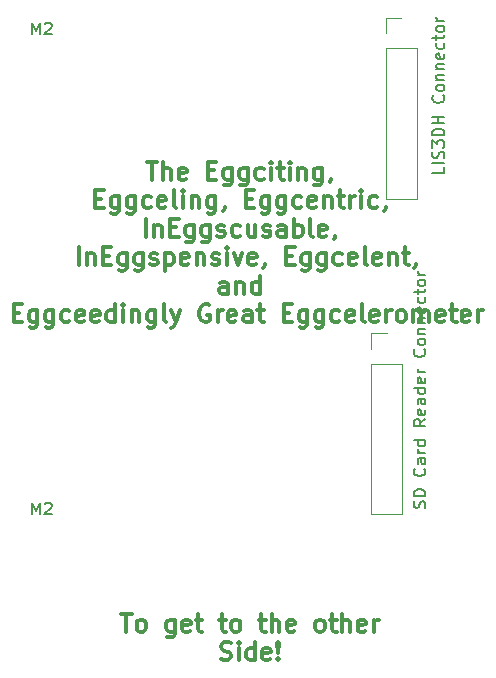
<source format=gbr>
%TF.GenerationSoftware,KiCad,Pcbnew,(6.0.6)*%
%TF.CreationDate,2022-07-21T10:55:34-07:00*%
%TF.ProjectId,SensorEgg,53656e73-6f72-4456-9767-2e6b69636164,rev?*%
%TF.SameCoordinates,Original*%
%TF.FileFunction,Legend,Top*%
%TF.FilePolarity,Positive*%
%FSLAX46Y46*%
G04 Gerber Fmt 4.6, Leading zero omitted, Abs format (unit mm)*
G04 Created by KiCad (PCBNEW (6.0.6)) date 2022-07-21 10:55:34*
%MOMM*%
%LPD*%
G01*
G04 APERTURE LIST*
%ADD10C,0.300000*%
%ADD11C,0.150000*%
%ADD12C,0.120000*%
G04 APERTURE END LIST*
D10*
X98251428Y-94741071D02*
X99108571Y-94741071D01*
X98680000Y-96241071D02*
X98680000Y-94741071D01*
X99608571Y-96241071D02*
X99608571Y-94741071D01*
X100251428Y-96241071D02*
X100251428Y-95455357D01*
X100180000Y-95312500D01*
X100037142Y-95241071D01*
X99822857Y-95241071D01*
X99680000Y-95312500D01*
X99608571Y-95383928D01*
X101537142Y-96169642D02*
X101394285Y-96241071D01*
X101108571Y-96241071D01*
X100965714Y-96169642D01*
X100894285Y-96026785D01*
X100894285Y-95455357D01*
X100965714Y-95312500D01*
X101108571Y-95241071D01*
X101394285Y-95241071D01*
X101537142Y-95312500D01*
X101608571Y-95455357D01*
X101608571Y-95598214D01*
X100894285Y-95741071D01*
X103394285Y-95455357D02*
X103894285Y-95455357D01*
X104108571Y-96241071D02*
X103394285Y-96241071D01*
X103394285Y-94741071D01*
X104108571Y-94741071D01*
X105394285Y-95241071D02*
X105394285Y-96455357D01*
X105322857Y-96598214D01*
X105251428Y-96669642D01*
X105108571Y-96741071D01*
X104894285Y-96741071D01*
X104751428Y-96669642D01*
X105394285Y-96169642D02*
X105251428Y-96241071D01*
X104965714Y-96241071D01*
X104822857Y-96169642D01*
X104751428Y-96098214D01*
X104680000Y-95955357D01*
X104680000Y-95526785D01*
X104751428Y-95383928D01*
X104822857Y-95312500D01*
X104965714Y-95241071D01*
X105251428Y-95241071D01*
X105394285Y-95312500D01*
X106751428Y-95241071D02*
X106751428Y-96455357D01*
X106680000Y-96598214D01*
X106608571Y-96669642D01*
X106465714Y-96741071D01*
X106251428Y-96741071D01*
X106108571Y-96669642D01*
X106751428Y-96169642D02*
X106608571Y-96241071D01*
X106322857Y-96241071D01*
X106180000Y-96169642D01*
X106108571Y-96098214D01*
X106037142Y-95955357D01*
X106037142Y-95526785D01*
X106108571Y-95383928D01*
X106180000Y-95312500D01*
X106322857Y-95241071D01*
X106608571Y-95241071D01*
X106751428Y-95312500D01*
X108108571Y-96169642D02*
X107965714Y-96241071D01*
X107680000Y-96241071D01*
X107537142Y-96169642D01*
X107465714Y-96098214D01*
X107394285Y-95955357D01*
X107394285Y-95526785D01*
X107465714Y-95383928D01*
X107537142Y-95312500D01*
X107680000Y-95241071D01*
X107965714Y-95241071D01*
X108108571Y-95312500D01*
X108751428Y-96241071D02*
X108751428Y-95241071D01*
X108751428Y-94741071D02*
X108680000Y-94812500D01*
X108751428Y-94883928D01*
X108822857Y-94812500D01*
X108751428Y-94741071D01*
X108751428Y-94883928D01*
X109251428Y-95241071D02*
X109822857Y-95241071D01*
X109465714Y-94741071D02*
X109465714Y-96026785D01*
X109537142Y-96169642D01*
X109680000Y-96241071D01*
X109822857Y-96241071D01*
X110322857Y-96241071D02*
X110322857Y-95241071D01*
X110322857Y-94741071D02*
X110251428Y-94812500D01*
X110322857Y-94883928D01*
X110394285Y-94812500D01*
X110322857Y-94741071D01*
X110322857Y-94883928D01*
X111037142Y-95241071D02*
X111037142Y-96241071D01*
X111037142Y-95383928D02*
X111108571Y-95312500D01*
X111251428Y-95241071D01*
X111465714Y-95241071D01*
X111608571Y-95312500D01*
X111680000Y-95455357D01*
X111680000Y-96241071D01*
X113037142Y-95241071D02*
X113037142Y-96455357D01*
X112965714Y-96598214D01*
X112894285Y-96669642D01*
X112751428Y-96741071D01*
X112537142Y-96741071D01*
X112394285Y-96669642D01*
X113037142Y-96169642D02*
X112894285Y-96241071D01*
X112608571Y-96241071D01*
X112465714Y-96169642D01*
X112394285Y-96098214D01*
X112322857Y-95955357D01*
X112322857Y-95526785D01*
X112394285Y-95383928D01*
X112465714Y-95312500D01*
X112608571Y-95241071D01*
X112894285Y-95241071D01*
X113037142Y-95312500D01*
X113822857Y-96169642D02*
X113822857Y-96241071D01*
X113751428Y-96383928D01*
X113680000Y-96455357D01*
X93858571Y-97870357D02*
X94358571Y-97870357D01*
X94572857Y-98656071D02*
X93858571Y-98656071D01*
X93858571Y-97156071D01*
X94572857Y-97156071D01*
X95858571Y-97656071D02*
X95858571Y-98870357D01*
X95787142Y-99013214D01*
X95715714Y-99084642D01*
X95572857Y-99156071D01*
X95358571Y-99156071D01*
X95215714Y-99084642D01*
X95858571Y-98584642D02*
X95715714Y-98656071D01*
X95430000Y-98656071D01*
X95287142Y-98584642D01*
X95215714Y-98513214D01*
X95144285Y-98370357D01*
X95144285Y-97941785D01*
X95215714Y-97798928D01*
X95287142Y-97727500D01*
X95430000Y-97656071D01*
X95715714Y-97656071D01*
X95858571Y-97727500D01*
X97215714Y-97656071D02*
X97215714Y-98870357D01*
X97144285Y-99013214D01*
X97072857Y-99084642D01*
X96930000Y-99156071D01*
X96715714Y-99156071D01*
X96572857Y-99084642D01*
X97215714Y-98584642D02*
X97072857Y-98656071D01*
X96787142Y-98656071D01*
X96644285Y-98584642D01*
X96572857Y-98513214D01*
X96501428Y-98370357D01*
X96501428Y-97941785D01*
X96572857Y-97798928D01*
X96644285Y-97727500D01*
X96787142Y-97656071D01*
X97072857Y-97656071D01*
X97215714Y-97727500D01*
X98572857Y-98584642D02*
X98430000Y-98656071D01*
X98144285Y-98656071D01*
X98001428Y-98584642D01*
X97930000Y-98513214D01*
X97858571Y-98370357D01*
X97858571Y-97941785D01*
X97930000Y-97798928D01*
X98001428Y-97727500D01*
X98144285Y-97656071D01*
X98430000Y-97656071D01*
X98572857Y-97727500D01*
X99787142Y-98584642D02*
X99644285Y-98656071D01*
X99358571Y-98656071D01*
X99215714Y-98584642D01*
X99144285Y-98441785D01*
X99144285Y-97870357D01*
X99215714Y-97727500D01*
X99358571Y-97656071D01*
X99644285Y-97656071D01*
X99787142Y-97727500D01*
X99858571Y-97870357D01*
X99858571Y-98013214D01*
X99144285Y-98156071D01*
X100715714Y-98656071D02*
X100572857Y-98584642D01*
X100501428Y-98441785D01*
X100501428Y-97156071D01*
X101287142Y-98656071D02*
X101287142Y-97656071D01*
X101287142Y-97156071D02*
X101215714Y-97227500D01*
X101287142Y-97298928D01*
X101358571Y-97227500D01*
X101287142Y-97156071D01*
X101287142Y-97298928D01*
X102001428Y-97656071D02*
X102001428Y-98656071D01*
X102001428Y-97798928D02*
X102072857Y-97727500D01*
X102215714Y-97656071D01*
X102430000Y-97656071D01*
X102572857Y-97727500D01*
X102644285Y-97870357D01*
X102644285Y-98656071D01*
X104001428Y-97656071D02*
X104001428Y-98870357D01*
X103930000Y-99013214D01*
X103858571Y-99084642D01*
X103715714Y-99156071D01*
X103501428Y-99156071D01*
X103358571Y-99084642D01*
X104001428Y-98584642D02*
X103858571Y-98656071D01*
X103572857Y-98656071D01*
X103430000Y-98584642D01*
X103358571Y-98513214D01*
X103287142Y-98370357D01*
X103287142Y-97941785D01*
X103358571Y-97798928D01*
X103430000Y-97727500D01*
X103572857Y-97656071D01*
X103858571Y-97656071D01*
X104001428Y-97727500D01*
X104787142Y-98584642D02*
X104787142Y-98656071D01*
X104715714Y-98798928D01*
X104644285Y-98870357D01*
X106572857Y-97870357D02*
X107072857Y-97870357D01*
X107287142Y-98656071D02*
X106572857Y-98656071D01*
X106572857Y-97156071D01*
X107287142Y-97156071D01*
X108572857Y-97656071D02*
X108572857Y-98870357D01*
X108501428Y-99013214D01*
X108430000Y-99084642D01*
X108287142Y-99156071D01*
X108072857Y-99156071D01*
X107930000Y-99084642D01*
X108572857Y-98584642D02*
X108430000Y-98656071D01*
X108144285Y-98656071D01*
X108001428Y-98584642D01*
X107930000Y-98513214D01*
X107858571Y-98370357D01*
X107858571Y-97941785D01*
X107930000Y-97798928D01*
X108001428Y-97727500D01*
X108144285Y-97656071D01*
X108430000Y-97656071D01*
X108572857Y-97727500D01*
X109930000Y-97656071D02*
X109930000Y-98870357D01*
X109858571Y-99013214D01*
X109787142Y-99084642D01*
X109644285Y-99156071D01*
X109430000Y-99156071D01*
X109287142Y-99084642D01*
X109930000Y-98584642D02*
X109787142Y-98656071D01*
X109501428Y-98656071D01*
X109358571Y-98584642D01*
X109287142Y-98513214D01*
X109215714Y-98370357D01*
X109215714Y-97941785D01*
X109287142Y-97798928D01*
X109358571Y-97727500D01*
X109501428Y-97656071D01*
X109787142Y-97656071D01*
X109930000Y-97727500D01*
X111287142Y-98584642D02*
X111144285Y-98656071D01*
X110858571Y-98656071D01*
X110715714Y-98584642D01*
X110644285Y-98513214D01*
X110572857Y-98370357D01*
X110572857Y-97941785D01*
X110644285Y-97798928D01*
X110715714Y-97727500D01*
X110858571Y-97656071D01*
X111144285Y-97656071D01*
X111287142Y-97727500D01*
X112501428Y-98584642D02*
X112358571Y-98656071D01*
X112072857Y-98656071D01*
X111930000Y-98584642D01*
X111858571Y-98441785D01*
X111858571Y-97870357D01*
X111930000Y-97727500D01*
X112072857Y-97656071D01*
X112358571Y-97656071D01*
X112501428Y-97727500D01*
X112572857Y-97870357D01*
X112572857Y-98013214D01*
X111858571Y-98156071D01*
X113215714Y-97656071D02*
X113215714Y-98656071D01*
X113215714Y-97798928D02*
X113287142Y-97727500D01*
X113430000Y-97656071D01*
X113644285Y-97656071D01*
X113787142Y-97727500D01*
X113858571Y-97870357D01*
X113858571Y-98656071D01*
X114358571Y-97656071D02*
X114930000Y-97656071D01*
X114572857Y-97156071D02*
X114572857Y-98441785D01*
X114644285Y-98584642D01*
X114787142Y-98656071D01*
X114930000Y-98656071D01*
X115430000Y-98656071D02*
X115430000Y-97656071D01*
X115430000Y-97941785D02*
X115501428Y-97798928D01*
X115572857Y-97727500D01*
X115715714Y-97656071D01*
X115858571Y-97656071D01*
X116358571Y-98656071D02*
X116358571Y-97656071D01*
X116358571Y-97156071D02*
X116287142Y-97227500D01*
X116358571Y-97298928D01*
X116430000Y-97227500D01*
X116358571Y-97156071D01*
X116358571Y-97298928D01*
X117715714Y-98584642D02*
X117572857Y-98656071D01*
X117287142Y-98656071D01*
X117144285Y-98584642D01*
X117072857Y-98513214D01*
X117001428Y-98370357D01*
X117001428Y-97941785D01*
X117072857Y-97798928D01*
X117144285Y-97727500D01*
X117287142Y-97656071D01*
X117572857Y-97656071D01*
X117715714Y-97727500D01*
X118430000Y-98584642D02*
X118430000Y-98656071D01*
X118358571Y-98798928D01*
X118287142Y-98870357D01*
X98108571Y-101071071D02*
X98108571Y-99571071D01*
X98822857Y-100071071D02*
X98822857Y-101071071D01*
X98822857Y-100213928D02*
X98894285Y-100142500D01*
X99037142Y-100071071D01*
X99251428Y-100071071D01*
X99394285Y-100142500D01*
X99465714Y-100285357D01*
X99465714Y-101071071D01*
X100180000Y-100285357D02*
X100680000Y-100285357D01*
X100894285Y-101071071D02*
X100180000Y-101071071D01*
X100180000Y-99571071D01*
X100894285Y-99571071D01*
X102180000Y-100071071D02*
X102180000Y-101285357D01*
X102108571Y-101428214D01*
X102037142Y-101499642D01*
X101894285Y-101571071D01*
X101680000Y-101571071D01*
X101537142Y-101499642D01*
X102180000Y-100999642D02*
X102037142Y-101071071D01*
X101751428Y-101071071D01*
X101608571Y-100999642D01*
X101537142Y-100928214D01*
X101465714Y-100785357D01*
X101465714Y-100356785D01*
X101537142Y-100213928D01*
X101608571Y-100142500D01*
X101751428Y-100071071D01*
X102037142Y-100071071D01*
X102180000Y-100142500D01*
X103537142Y-100071071D02*
X103537142Y-101285357D01*
X103465714Y-101428214D01*
X103394285Y-101499642D01*
X103251428Y-101571071D01*
X103037142Y-101571071D01*
X102894285Y-101499642D01*
X103537142Y-100999642D02*
X103394285Y-101071071D01*
X103108571Y-101071071D01*
X102965714Y-100999642D01*
X102894285Y-100928214D01*
X102822857Y-100785357D01*
X102822857Y-100356785D01*
X102894285Y-100213928D01*
X102965714Y-100142500D01*
X103108571Y-100071071D01*
X103394285Y-100071071D01*
X103537142Y-100142500D01*
X104180000Y-100999642D02*
X104322857Y-101071071D01*
X104608571Y-101071071D01*
X104751428Y-100999642D01*
X104822857Y-100856785D01*
X104822857Y-100785357D01*
X104751428Y-100642500D01*
X104608571Y-100571071D01*
X104394285Y-100571071D01*
X104251428Y-100499642D01*
X104180000Y-100356785D01*
X104180000Y-100285357D01*
X104251428Y-100142500D01*
X104394285Y-100071071D01*
X104608571Y-100071071D01*
X104751428Y-100142500D01*
X106108571Y-100999642D02*
X105965714Y-101071071D01*
X105680000Y-101071071D01*
X105537142Y-100999642D01*
X105465714Y-100928214D01*
X105394285Y-100785357D01*
X105394285Y-100356785D01*
X105465714Y-100213928D01*
X105537142Y-100142500D01*
X105680000Y-100071071D01*
X105965714Y-100071071D01*
X106108571Y-100142500D01*
X107394285Y-100071071D02*
X107394285Y-101071071D01*
X106751428Y-100071071D02*
X106751428Y-100856785D01*
X106822857Y-100999642D01*
X106965714Y-101071071D01*
X107180000Y-101071071D01*
X107322857Y-100999642D01*
X107394285Y-100928214D01*
X108037142Y-100999642D02*
X108180000Y-101071071D01*
X108465714Y-101071071D01*
X108608571Y-100999642D01*
X108680000Y-100856785D01*
X108680000Y-100785357D01*
X108608571Y-100642500D01*
X108465714Y-100571071D01*
X108251428Y-100571071D01*
X108108571Y-100499642D01*
X108037142Y-100356785D01*
X108037142Y-100285357D01*
X108108571Y-100142500D01*
X108251428Y-100071071D01*
X108465714Y-100071071D01*
X108608571Y-100142500D01*
X109965714Y-101071071D02*
X109965714Y-100285357D01*
X109894285Y-100142500D01*
X109751428Y-100071071D01*
X109465714Y-100071071D01*
X109322857Y-100142500D01*
X109965714Y-100999642D02*
X109822857Y-101071071D01*
X109465714Y-101071071D01*
X109322857Y-100999642D01*
X109251428Y-100856785D01*
X109251428Y-100713928D01*
X109322857Y-100571071D01*
X109465714Y-100499642D01*
X109822857Y-100499642D01*
X109965714Y-100428214D01*
X110680000Y-101071071D02*
X110680000Y-99571071D01*
X110680000Y-100142500D02*
X110822857Y-100071071D01*
X111108571Y-100071071D01*
X111251428Y-100142500D01*
X111322857Y-100213928D01*
X111394285Y-100356785D01*
X111394285Y-100785357D01*
X111322857Y-100928214D01*
X111251428Y-100999642D01*
X111108571Y-101071071D01*
X110822857Y-101071071D01*
X110680000Y-100999642D01*
X112251428Y-101071071D02*
X112108571Y-100999642D01*
X112037142Y-100856785D01*
X112037142Y-99571071D01*
X113394285Y-100999642D02*
X113251428Y-101071071D01*
X112965714Y-101071071D01*
X112822857Y-100999642D01*
X112751428Y-100856785D01*
X112751428Y-100285357D01*
X112822857Y-100142500D01*
X112965714Y-100071071D01*
X113251428Y-100071071D01*
X113394285Y-100142500D01*
X113465714Y-100285357D01*
X113465714Y-100428214D01*
X112751428Y-100571071D01*
X114180000Y-100999642D02*
X114180000Y-101071071D01*
X114108571Y-101213928D01*
X114037142Y-101285357D01*
X92430000Y-103486071D02*
X92430000Y-101986071D01*
X93144285Y-102486071D02*
X93144285Y-103486071D01*
X93144285Y-102628928D02*
X93215714Y-102557500D01*
X93358571Y-102486071D01*
X93572857Y-102486071D01*
X93715714Y-102557500D01*
X93787142Y-102700357D01*
X93787142Y-103486071D01*
X94501428Y-102700357D02*
X95001428Y-102700357D01*
X95215714Y-103486071D02*
X94501428Y-103486071D01*
X94501428Y-101986071D01*
X95215714Y-101986071D01*
X96501428Y-102486071D02*
X96501428Y-103700357D01*
X96430000Y-103843214D01*
X96358571Y-103914642D01*
X96215714Y-103986071D01*
X96001428Y-103986071D01*
X95858571Y-103914642D01*
X96501428Y-103414642D02*
X96358571Y-103486071D01*
X96072857Y-103486071D01*
X95930000Y-103414642D01*
X95858571Y-103343214D01*
X95787142Y-103200357D01*
X95787142Y-102771785D01*
X95858571Y-102628928D01*
X95930000Y-102557500D01*
X96072857Y-102486071D01*
X96358571Y-102486071D01*
X96501428Y-102557500D01*
X97858571Y-102486071D02*
X97858571Y-103700357D01*
X97787142Y-103843214D01*
X97715714Y-103914642D01*
X97572857Y-103986071D01*
X97358571Y-103986071D01*
X97215714Y-103914642D01*
X97858571Y-103414642D02*
X97715714Y-103486071D01*
X97430000Y-103486071D01*
X97287142Y-103414642D01*
X97215714Y-103343214D01*
X97144285Y-103200357D01*
X97144285Y-102771785D01*
X97215714Y-102628928D01*
X97287142Y-102557500D01*
X97430000Y-102486071D01*
X97715714Y-102486071D01*
X97858571Y-102557500D01*
X98501428Y-103414642D02*
X98644285Y-103486071D01*
X98930000Y-103486071D01*
X99072857Y-103414642D01*
X99144285Y-103271785D01*
X99144285Y-103200357D01*
X99072857Y-103057500D01*
X98930000Y-102986071D01*
X98715714Y-102986071D01*
X98572857Y-102914642D01*
X98501428Y-102771785D01*
X98501428Y-102700357D01*
X98572857Y-102557500D01*
X98715714Y-102486071D01*
X98930000Y-102486071D01*
X99072857Y-102557500D01*
X99787142Y-102486071D02*
X99787142Y-103986071D01*
X99787142Y-102557500D02*
X99930000Y-102486071D01*
X100215714Y-102486071D01*
X100358571Y-102557500D01*
X100430000Y-102628928D01*
X100501428Y-102771785D01*
X100501428Y-103200357D01*
X100430000Y-103343214D01*
X100358571Y-103414642D01*
X100215714Y-103486071D01*
X99930000Y-103486071D01*
X99787142Y-103414642D01*
X101715714Y-103414642D02*
X101572857Y-103486071D01*
X101287142Y-103486071D01*
X101144285Y-103414642D01*
X101072857Y-103271785D01*
X101072857Y-102700357D01*
X101144285Y-102557500D01*
X101287142Y-102486071D01*
X101572857Y-102486071D01*
X101715714Y-102557500D01*
X101787142Y-102700357D01*
X101787142Y-102843214D01*
X101072857Y-102986071D01*
X102430000Y-102486071D02*
X102430000Y-103486071D01*
X102430000Y-102628928D02*
X102501428Y-102557500D01*
X102644285Y-102486071D01*
X102858571Y-102486071D01*
X103001428Y-102557500D01*
X103072857Y-102700357D01*
X103072857Y-103486071D01*
X103715714Y-103414642D02*
X103858571Y-103486071D01*
X104144285Y-103486071D01*
X104287142Y-103414642D01*
X104358571Y-103271785D01*
X104358571Y-103200357D01*
X104287142Y-103057500D01*
X104144285Y-102986071D01*
X103930000Y-102986071D01*
X103787142Y-102914642D01*
X103715714Y-102771785D01*
X103715714Y-102700357D01*
X103787142Y-102557500D01*
X103930000Y-102486071D01*
X104144285Y-102486071D01*
X104287142Y-102557500D01*
X105001428Y-103486071D02*
X105001428Y-102486071D01*
X105001428Y-101986071D02*
X104930000Y-102057500D01*
X105001428Y-102128928D01*
X105072857Y-102057500D01*
X105001428Y-101986071D01*
X105001428Y-102128928D01*
X105572857Y-102486071D02*
X105930000Y-103486071D01*
X106287142Y-102486071D01*
X107430000Y-103414642D02*
X107287142Y-103486071D01*
X107001428Y-103486071D01*
X106858571Y-103414642D01*
X106787142Y-103271785D01*
X106787142Y-102700357D01*
X106858571Y-102557500D01*
X107001428Y-102486071D01*
X107287142Y-102486071D01*
X107430000Y-102557500D01*
X107501428Y-102700357D01*
X107501428Y-102843214D01*
X106787142Y-102986071D01*
X108215714Y-103414642D02*
X108215714Y-103486071D01*
X108144285Y-103628928D01*
X108072857Y-103700357D01*
X110001428Y-102700357D02*
X110501428Y-102700357D01*
X110715714Y-103486071D02*
X110001428Y-103486071D01*
X110001428Y-101986071D01*
X110715714Y-101986071D01*
X112001428Y-102486071D02*
X112001428Y-103700357D01*
X111930000Y-103843214D01*
X111858571Y-103914642D01*
X111715714Y-103986071D01*
X111501428Y-103986071D01*
X111358571Y-103914642D01*
X112001428Y-103414642D02*
X111858571Y-103486071D01*
X111572857Y-103486071D01*
X111430000Y-103414642D01*
X111358571Y-103343214D01*
X111287142Y-103200357D01*
X111287142Y-102771785D01*
X111358571Y-102628928D01*
X111430000Y-102557500D01*
X111572857Y-102486071D01*
X111858571Y-102486071D01*
X112001428Y-102557500D01*
X113358571Y-102486071D02*
X113358571Y-103700357D01*
X113287142Y-103843214D01*
X113215714Y-103914642D01*
X113072857Y-103986071D01*
X112858571Y-103986071D01*
X112715714Y-103914642D01*
X113358571Y-103414642D02*
X113215714Y-103486071D01*
X112930000Y-103486071D01*
X112787142Y-103414642D01*
X112715714Y-103343214D01*
X112644285Y-103200357D01*
X112644285Y-102771785D01*
X112715714Y-102628928D01*
X112787142Y-102557500D01*
X112930000Y-102486071D01*
X113215714Y-102486071D01*
X113358571Y-102557500D01*
X114715714Y-103414642D02*
X114572857Y-103486071D01*
X114287142Y-103486071D01*
X114144285Y-103414642D01*
X114072857Y-103343214D01*
X114001428Y-103200357D01*
X114001428Y-102771785D01*
X114072857Y-102628928D01*
X114144285Y-102557500D01*
X114287142Y-102486071D01*
X114572857Y-102486071D01*
X114715714Y-102557500D01*
X115930000Y-103414642D02*
X115787142Y-103486071D01*
X115501428Y-103486071D01*
X115358571Y-103414642D01*
X115287142Y-103271785D01*
X115287142Y-102700357D01*
X115358571Y-102557500D01*
X115501428Y-102486071D01*
X115787142Y-102486071D01*
X115930000Y-102557500D01*
X116001428Y-102700357D01*
X116001428Y-102843214D01*
X115287142Y-102986071D01*
X116858571Y-103486071D02*
X116715714Y-103414642D01*
X116644285Y-103271785D01*
X116644285Y-101986071D01*
X118001428Y-103414642D02*
X117858571Y-103486071D01*
X117572857Y-103486071D01*
X117430000Y-103414642D01*
X117358571Y-103271785D01*
X117358571Y-102700357D01*
X117430000Y-102557500D01*
X117572857Y-102486071D01*
X117858571Y-102486071D01*
X118001428Y-102557500D01*
X118072857Y-102700357D01*
X118072857Y-102843214D01*
X117358571Y-102986071D01*
X118715714Y-102486071D02*
X118715714Y-103486071D01*
X118715714Y-102628928D02*
X118787142Y-102557500D01*
X118930000Y-102486071D01*
X119144285Y-102486071D01*
X119287142Y-102557500D01*
X119358571Y-102700357D01*
X119358571Y-103486071D01*
X119858571Y-102486071D02*
X120430000Y-102486071D01*
X120072857Y-101986071D02*
X120072857Y-103271785D01*
X120144285Y-103414642D01*
X120287142Y-103486071D01*
X120430000Y-103486071D01*
X121001428Y-103414642D02*
X121001428Y-103486071D01*
X120930000Y-103628928D01*
X120858571Y-103700357D01*
X105072857Y-105901071D02*
X105072857Y-105115357D01*
X105001428Y-104972500D01*
X104858571Y-104901071D01*
X104572857Y-104901071D01*
X104430000Y-104972500D01*
X105072857Y-105829642D02*
X104930000Y-105901071D01*
X104572857Y-105901071D01*
X104430000Y-105829642D01*
X104358571Y-105686785D01*
X104358571Y-105543928D01*
X104430000Y-105401071D01*
X104572857Y-105329642D01*
X104930000Y-105329642D01*
X105072857Y-105258214D01*
X105787142Y-104901071D02*
X105787142Y-105901071D01*
X105787142Y-105043928D02*
X105858571Y-104972500D01*
X106001428Y-104901071D01*
X106215714Y-104901071D01*
X106358571Y-104972500D01*
X106430000Y-105115357D01*
X106430000Y-105901071D01*
X107787142Y-105901071D02*
X107787142Y-104401071D01*
X107787142Y-105829642D02*
X107644285Y-105901071D01*
X107358571Y-105901071D01*
X107215714Y-105829642D01*
X107144285Y-105758214D01*
X107072857Y-105615357D01*
X107072857Y-105186785D01*
X107144285Y-105043928D01*
X107215714Y-104972500D01*
X107358571Y-104901071D01*
X107644285Y-104901071D01*
X107787142Y-104972500D01*
X86929999Y-107530357D02*
X87429999Y-107530357D01*
X87644285Y-108316071D02*
X86929999Y-108316071D01*
X86929999Y-106816071D01*
X87644285Y-106816071D01*
X88929999Y-107316071D02*
X88929999Y-108530357D01*
X88858571Y-108673214D01*
X88787142Y-108744642D01*
X88644285Y-108816071D01*
X88429999Y-108816071D01*
X88287142Y-108744642D01*
X88929999Y-108244642D02*
X88787142Y-108316071D01*
X88501428Y-108316071D01*
X88358571Y-108244642D01*
X88287142Y-108173214D01*
X88215714Y-108030357D01*
X88215714Y-107601785D01*
X88287142Y-107458928D01*
X88358571Y-107387500D01*
X88501428Y-107316071D01*
X88787142Y-107316071D01*
X88929999Y-107387500D01*
X90287142Y-107316071D02*
X90287142Y-108530357D01*
X90215714Y-108673214D01*
X90144285Y-108744642D01*
X90001428Y-108816071D01*
X89787142Y-108816071D01*
X89644285Y-108744642D01*
X90287142Y-108244642D02*
X90144285Y-108316071D01*
X89858571Y-108316071D01*
X89715714Y-108244642D01*
X89644285Y-108173214D01*
X89572857Y-108030357D01*
X89572857Y-107601785D01*
X89644285Y-107458928D01*
X89715714Y-107387500D01*
X89858571Y-107316071D01*
X90144285Y-107316071D01*
X90287142Y-107387500D01*
X91644285Y-108244642D02*
X91501428Y-108316071D01*
X91215714Y-108316071D01*
X91072857Y-108244642D01*
X91001428Y-108173214D01*
X90929999Y-108030357D01*
X90929999Y-107601785D01*
X91001428Y-107458928D01*
X91072857Y-107387500D01*
X91215714Y-107316071D01*
X91501428Y-107316071D01*
X91644285Y-107387500D01*
X92858571Y-108244642D02*
X92715714Y-108316071D01*
X92429999Y-108316071D01*
X92287142Y-108244642D01*
X92215714Y-108101785D01*
X92215714Y-107530357D01*
X92287142Y-107387500D01*
X92429999Y-107316071D01*
X92715714Y-107316071D01*
X92858571Y-107387500D01*
X92929999Y-107530357D01*
X92929999Y-107673214D01*
X92215714Y-107816071D01*
X94144285Y-108244642D02*
X94001428Y-108316071D01*
X93715714Y-108316071D01*
X93572857Y-108244642D01*
X93501428Y-108101785D01*
X93501428Y-107530357D01*
X93572857Y-107387500D01*
X93715714Y-107316071D01*
X94001428Y-107316071D01*
X94144285Y-107387500D01*
X94215714Y-107530357D01*
X94215714Y-107673214D01*
X93501428Y-107816071D01*
X95501428Y-108316071D02*
X95501428Y-106816071D01*
X95501428Y-108244642D02*
X95358571Y-108316071D01*
X95072857Y-108316071D01*
X94929999Y-108244642D01*
X94858571Y-108173214D01*
X94787142Y-108030357D01*
X94787142Y-107601785D01*
X94858571Y-107458928D01*
X94929999Y-107387500D01*
X95072857Y-107316071D01*
X95358571Y-107316071D01*
X95501428Y-107387500D01*
X96215714Y-108316071D02*
X96215714Y-107316071D01*
X96215714Y-106816071D02*
X96144285Y-106887500D01*
X96215714Y-106958928D01*
X96287142Y-106887500D01*
X96215714Y-106816071D01*
X96215714Y-106958928D01*
X96929999Y-107316071D02*
X96929999Y-108316071D01*
X96929999Y-107458928D02*
X97001428Y-107387500D01*
X97144285Y-107316071D01*
X97358571Y-107316071D01*
X97501428Y-107387500D01*
X97572857Y-107530357D01*
X97572857Y-108316071D01*
X98929999Y-107316071D02*
X98929999Y-108530357D01*
X98858571Y-108673214D01*
X98787142Y-108744642D01*
X98644285Y-108816071D01*
X98429999Y-108816071D01*
X98287142Y-108744642D01*
X98929999Y-108244642D02*
X98787142Y-108316071D01*
X98501428Y-108316071D01*
X98358571Y-108244642D01*
X98287142Y-108173214D01*
X98215714Y-108030357D01*
X98215714Y-107601785D01*
X98287142Y-107458928D01*
X98358571Y-107387500D01*
X98501428Y-107316071D01*
X98787142Y-107316071D01*
X98929999Y-107387500D01*
X99858571Y-108316071D02*
X99715714Y-108244642D01*
X99644285Y-108101785D01*
X99644285Y-106816071D01*
X100287142Y-107316071D02*
X100644285Y-108316071D01*
X101001428Y-107316071D02*
X100644285Y-108316071D01*
X100501428Y-108673214D01*
X100429999Y-108744642D01*
X100287142Y-108816071D01*
X103501428Y-106887500D02*
X103358571Y-106816071D01*
X103144285Y-106816071D01*
X102929999Y-106887500D01*
X102787142Y-107030357D01*
X102715714Y-107173214D01*
X102644285Y-107458928D01*
X102644285Y-107673214D01*
X102715714Y-107958928D01*
X102787142Y-108101785D01*
X102929999Y-108244642D01*
X103144285Y-108316071D01*
X103287142Y-108316071D01*
X103501428Y-108244642D01*
X103572857Y-108173214D01*
X103572857Y-107673214D01*
X103287142Y-107673214D01*
X104215714Y-108316071D02*
X104215714Y-107316071D01*
X104215714Y-107601785D02*
X104287142Y-107458928D01*
X104358571Y-107387500D01*
X104501428Y-107316071D01*
X104644285Y-107316071D01*
X105715714Y-108244642D02*
X105572857Y-108316071D01*
X105287142Y-108316071D01*
X105144285Y-108244642D01*
X105072857Y-108101785D01*
X105072857Y-107530357D01*
X105144285Y-107387500D01*
X105287142Y-107316071D01*
X105572857Y-107316071D01*
X105715714Y-107387500D01*
X105787142Y-107530357D01*
X105787142Y-107673214D01*
X105072857Y-107816071D01*
X107072857Y-108316071D02*
X107072857Y-107530357D01*
X107001428Y-107387500D01*
X106858571Y-107316071D01*
X106572857Y-107316071D01*
X106429999Y-107387500D01*
X107072857Y-108244642D02*
X106929999Y-108316071D01*
X106572857Y-108316071D01*
X106429999Y-108244642D01*
X106358571Y-108101785D01*
X106358571Y-107958928D01*
X106429999Y-107816071D01*
X106572857Y-107744642D01*
X106929999Y-107744642D01*
X107072857Y-107673214D01*
X107572857Y-107316071D02*
X108144285Y-107316071D01*
X107787142Y-106816071D02*
X107787142Y-108101785D01*
X107858571Y-108244642D01*
X108001428Y-108316071D01*
X108144285Y-108316071D01*
X109787142Y-107530357D02*
X110287142Y-107530357D01*
X110501428Y-108316071D02*
X109787142Y-108316071D01*
X109787142Y-106816071D01*
X110501428Y-106816071D01*
X111787142Y-107316071D02*
X111787142Y-108530357D01*
X111715714Y-108673214D01*
X111644285Y-108744642D01*
X111501428Y-108816071D01*
X111287142Y-108816071D01*
X111144285Y-108744642D01*
X111787142Y-108244642D02*
X111644285Y-108316071D01*
X111358571Y-108316071D01*
X111215714Y-108244642D01*
X111144285Y-108173214D01*
X111072857Y-108030357D01*
X111072857Y-107601785D01*
X111144285Y-107458928D01*
X111215714Y-107387500D01*
X111358571Y-107316071D01*
X111644285Y-107316071D01*
X111787142Y-107387500D01*
X113144285Y-107316071D02*
X113144285Y-108530357D01*
X113072857Y-108673214D01*
X113001428Y-108744642D01*
X112858571Y-108816071D01*
X112644285Y-108816071D01*
X112501428Y-108744642D01*
X113144285Y-108244642D02*
X113001428Y-108316071D01*
X112715714Y-108316071D01*
X112572857Y-108244642D01*
X112501428Y-108173214D01*
X112430000Y-108030357D01*
X112430000Y-107601785D01*
X112501428Y-107458928D01*
X112572857Y-107387500D01*
X112715714Y-107316071D01*
X113001428Y-107316071D01*
X113144285Y-107387500D01*
X114501428Y-108244642D02*
X114358571Y-108316071D01*
X114072857Y-108316071D01*
X113930000Y-108244642D01*
X113858571Y-108173214D01*
X113787142Y-108030357D01*
X113787142Y-107601785D01*
X113858571Y-107458928D01*
X113930000Y-107387500D01*
X114072857Y-107316071D01*
X114358571Y-107316071D01*
X114501428Y-107387500D01*
X115715714Y-108244642D02*
X115572857Y-108316071D01*
X115287142Y-108316071D01*
X115144285Y-108244642D01*
X115072857Y-108101785D01*
X115072857Y-107530357D01*
X115144285Y-107387500D01*
X115287142Y-107316071D01*
X115572857Y-107316071D01*
X115715714Y-107387500D01*
X115787142Y-107530357D01*
X115787142Y-107673214D01*
X115072857Y-107816071D01*
X116644285Y-108316071D02*
X116501428Y-108244642D01*
X116430000Y-108101785D01*
X116430000Y-106816071D01*
X117787142Y-108244642D02*
X117644285Y-108316071D01*
X117358571Y-108316071D01*
X117215714Y-108244642D01*
X117144285Y-108101785D01*
X117144285Y-107530357D01*
X117215714Y-107387500D01*
X117358571Y-107316071D01*
X117644285Y-107316071D01*
X117787142Y-107387500D01*
X117858571Y-107530357D01*
X117858571Y-107673214D01*
X117144285Y-107816071D01*
X118501428Y-108316071D02*
X118501428Y-107316071D01*
X118501428Y-107601785D02*
X118572857Y-107458928D01*
X118644285Y-107387500D01*
X118787142Y-107316071D01*
X118930000Y-107316071D01*
X119644285Y-108316071D02*
X119501428Y-108244642D01*
X119430000Y-108173214D01*
X119358571Y-108030357D01*
X119358571Y-107601785D01*
X119430000Y-107458928D01*
X119501428Y-107387500D01*
X119644285Y-107316071D01*
X119858571Y-107316071D01*
X120001428Y-107387500D01*
X120072857Y-107458928D01*
X120144285Y-107601785D01*
X120144285Y-108030357D01*
X120072857Y-108173214D01*
X120001428Y-108244642D01*
X119858571Y-108316071D01*
X119644285Y-108316071D01*
X120787142Y-108316071D02*
X120787142Y-107316071D01*
X120787142Y-107458928D02*
X120858571Y-107387500D01*
X121001428Y-107316071D01*
X121215714Y-107316071D01*
X121358571Y-107387500D01*
X121430000Y-107530357D01*
X121430000Y-108316071D01*
X121430000Y-107530357D02*
X121501428Y-107387500D01*
X121644285Y-107316071D01*
X121858571Y-107316071D01*
X122001428Y-107387500D01*
X122072857Y-107530357D01*
X122072857Y-108316071D01*
X123358571Y-108244642D02*
X123215714Y-108316071D01*
X122930000Y-108316071D01*
X122787142Y-108244642D01*
X122715714Y-108101785D01*
X122715714Y-107530357D01*
X122787142Y-107387500D01*
X122930000Y-107316071D01*
X123215714Y-107316071D01*
X123358571Y-107387500D01*
X123430000Y-107530357D01*
X123430000Y-107673214D01*
X122715714Y-107816071D01*
X123858571Y-107316071D02*
X124430000Y-107316071D01*
X124072857Y-106816071D02*
X124072857Y-108101785D01*
X124144285Y-108244642D01*
X124287142Y-108316071D01*
X124430000Y-108316071D01*
X125501428Y-108244642D02*
X125358571Y-108316071D01*
X125072857Y-108316071D01*
X124930000Y-108244642D01*
X124858571Y-108101785D01*
X124858571Y-107530357D01*
X124930000Y-107387500D01*
X125072857Y-107316071D01*
X125358571Y-107316071D01*
X125501428Y-107387500D01*
X125572857Y-107530357D01*
X125572857Y-107673214D01*
X124858571Y-107816071D01*
X126215714Y-108316071D02*
X126215714Y-107316071D01*
X126215714Y-107601785D02*
X126287142Y-107458928D01*
X126358571Y-107387500D01*
X126501428Y-107316071D01*
X126644285Y-107316071D01*
X96059642Y-133014661D02*
X96916785Y-133014661D01*
X96488214Y-134514661D02*
X96488214Y-133014661D01*
X97631071Y-134514661D02*
X97488214Y-134443232D01*
X97416785Y-134371804D01*
X97345357Y-134228947D01*
X97345357Y-133800375D01*
X97416785Y-133657518D01*
X97488214Y-133586090D01*
X97631071Y-133514661D01*
X97845357Y-133514661D01*
X97988214Y-133586090D01*
X98059642Y-133657518D01*
X98131071Y-133800375D01*
X98131071Y-134228947D01*
X98059642Y-134371804D01*
X97988214Y-134443232D01*
X97845357Y-134514661D01*
X97631071Y-134514661D01*
X100559642Y-133514661D02*
X100559642Y-134728947D01*
X100488214Y-134871804D01*
X100416785Y-134943232D01*
X100273928Y-135014661D01*
X100059642Y-135014661D01*
X99916785Y-134943232D01*
X100559642Y-134443232D02*
X100416785Y-134514661D01*
X100131071Y-134514661D01*
X99988214Y-134443232D01*
X99916785Y-134371804D01*
X99845357Y-134228947D01*
X99845357Y-133800375D01*
X99916785Y-133657518D01*
X99988214Y-133586090D01*
X100131071Y-133514661D01*
X100416785Y-133514661D01*
X100559642Y-133586090D01*
X101845357Y-134443232D02*
X101702500Y-134514661D01*
X101416785Y-134514661D01*
X101273928Y-134443232D01*
X101202500Y-134300375D01*
X101202500Y-133728947D01*
X101273928Y-133586090D01*
X101416785Y-133514661D01*
X101702500Y-133514661D01*
X101845357Y-133586090D01*
X101916785Y-133728947D01*
X101916785Y-133871804D01*
X101202500Y-134014661D01*
X102345357Y-133514661D02*
X102916785Y-133514661D01*
X102559642Y-133014661D02*
X102559642Y-134300375D01*
X102631071Y-134443232D01*
X102773928Y-134514661D01*
X102916785Y-134514661D01*
X104345357Y-133514661D02*
X104916785Y-133514661D01*
X104559642Y-133014661D02*
X104559642Y-134300375D01*
X104631071Y-134443232D01*
X104773928Y-134514661D01*
X104916785Y-134514661D01*
X105631071Y-134514661D02*
X105488214Y-134443232D01*
X105416785Y-134371804D01*
X105345357Y-134228947D01*
X105345357Y-133800375D01*
X105416785Y-133657518D01*
X105488214Y-133586090D01*
X105631071Y-133514661D01*
X105845357Y-133514661D01*
X105988214Y-133586090D01*
X106059642Y-133657518D01*
X106131071Y-133800375D01*
X106131071Y-134228947D01*
X106059642Y-134371804D01*
X105988214Y-134443232D01*
X105845357Y-134514661D01*
X105631071Y-134514661D01*
X107702500Y-133514661D02*
X108273928Y-133514661D01*
X107916785Y-133014661D02*
X107916785Y-134300375D01*
X107988214Y-134443232D01*
X108131071Y-134514661D01*
X108273928Y-134514661D01*
X108773928Y-134514661D02*
X108773928Y-133014661D01*
X109416785Y-134514661D02*
X109416785Y-133728947D01*
X109345357Y-133586090D01*
X109202500Y-133514661D01*
X108988214Y-133514661D01*
X108845357Y-133586090D01*
X108773928Y-133657518D01*
X110702500Y-134443232D02*
X110559642Y-134514661D01*
X110273928Y-134514661D01*
X110131071Y-134443232D01*
X110059642Y-134300375D01*
X110059642Y-133728947D01*
X110131071Y-133586090D01*
X110273928Y-133514661D01*
X110559642Y-133514661D01*
X110702500Y-133586090D01*
X110773928Y-133728947D01*
X110773928Y-133871804D01*
X110059642Y-134014661D01*
X112773928Y-134514661D02*
X112631071Y-134443232D01*
X112559642Y-134371804D01*
X112488214Y-134228947D01*
X112488214Y-133800375D01*
X112559642Y-133657518D01*
X112631071Y-133586090D01*
X112773928Y-133514661D01*
X112988214Y-133514661D01*
X113131071Y-133586090D01*
X113202500Y-133657518D01*
X113273928Y-133800375D01*
X113273928Y-134228947D01*
X113202500Y-134371804D01*
X113131071Y-134443232D01*
X112988214Y-134514661D01*
X112773928Y-134514661D01*
X113702500Y-133514661D02*
X114273928Y-133514661D01*
X113916785Y-133014661D02*
X113916785Y-134300375D01*
X113988214Y-134443232D01*
X114131071Y-134514661D01*
X114273928Y-134514661D01*
X114773928Y-134514661D02*
X114773928Y-133014661D01*
X115416785Y-134514661D02*
X115416785Y-133728947D01*
X115345357Y-133586090D01*
X115202500Y-133514661D01*
X114988214Y-133514661D01*
X114845357Y-133586090D01*
X114773928Y-133657518D01*
X116702500Y-134443232D02*
X116559642Y-134514661D01*
X116273928Y-134514661D01*
X116131071Y-134443232D01*
X116059642Y-134300375D01*
X116059642Y-133728947D01*
X116131071Y-133586090D01*
X116273928Y-133514661D01*
X116559642Y-133514661D01*
X116702500Y-133586090D01*
X116773928Y-133728947D01*
X116773928Y-133871804D01*
X116059642Y-134014661D01*
X117416785Y-134514661D02*
X117416785Y-133514661D01*
X117416785Y-133800375D02*
X117488214Y-133657518D01*
X117559642Y-133586090D01*
X117702500Y-133514661D01*
X117845357Y-133514661D01*
X104488214Y-136858232D02*
X104702500Y-136929661D01*
X105059642Y-136929661D01*
X105202500Y-136858232D01*
X105273928Y-136786804D01*
X105345357Y-136643947D01*
X105345357Y-136501090D01*
X105273928Y-136358232D01*
X105202500Y-136286804D01*
X105059642Y-136215375D01*
X104773928Y-136143947D01*
X104631071Y-136072518D01*
X104559642Y-136001090D01*
X104488214Y-135858232D01*
X104488214Y-135715375D01*
X104559642Y-135572518D01*
X104631071Y-135501090D01*
X104773928Y-135429661D01*
X105131071Y-135429661D01*
X105345357Y-135501090D01*
X105988214Y-136929661D02*
X105988214Y-135929661D01*
X105988214Y-135429661D02*
X105916785Y-135501090D01*
X105988214Y-135572518D01*
X106059642Y-135501090D01*
X105988214Y-135429661D01*
X105988214Y-135572518D01*
X107345357Y-136929661D02*
X107345357Y-135429661D01*
X107345357Y-136858232D02*
X107202500Y-136929661D01*
X106916785Y-136929661D01*
X106773928Y-136858232D01*
X106702500Y-136786804D01*
X106631071Y-136643947D01*
X106631071Y-136215375D01*
X106702500Y-136072518D01*
X106773928Y-136001090D01*
X106916785Y-135929661D01*
X107202500Y-135929661D01*
X107345357Y-136001090D01*
X108631071Y-136858232D02*
X108488214Y-136929661D01*
X108202500Y-136929661D01*
X108059642Y-136858232D01*
X107988214Y-136715375D01*
X107988214Y-136143947D01*
X108059642Y-136001090D01*
X108202500Y-135929661D01*
X108488214Y-135929661D01*
X108631071Y-136001090D01*
X108702500Y-136143947D01*
X108702500Y-136286804D01*
X107988214Y-136429661D01*
X109345357Y-136786804D02*
X109416785Y-136858232D01*
X109345357Y-136929661D01*
X109273928Y-136858232D01*
X109345357Y-136786804D01*
X109345357Y-136929661D01*
X109345357Y-136358232D02*
X109273928Y-135501090D01*
X109345357Y-135429661D01*
X109416785Y-135501090D01*
X109345357Y-136358232D01*
X109345357Y-135429661D01*
D11*
%TO.C,M2*%
X88481089Y-124588613D02*
X88481089Y-123588613D01*
X88814422Y-124302899D01*
X89147755Y-123588613D01*
X89147755Y-124588613D01*
X89576327Y-123683852D02*
X89623946Y-123636233D01*
X89719184Y-123588613D01*
X89957279Y-123588613D01*
X90052517Y-123636233D01*
X90100136Y-123683852D01*
X90147755Y-123779090D01*
X90147755Y-123874328D01*
X90100136Y-124017185D01*
X89528708Y-124588613D01*
X90147755Y-124588613D01*
%TO.C,LIS3DH Connector*%
X123389680Y-95212624D02*
X123389680Y-95688814D01*
X122389680Y-95688814D01*
X123389680Y-94879290D02*
X122389680Y-94879290D01*
X123342061Y-94450719D02*
X123389680Y-94307862D01*
X123389680Y-94069766D01*
X123342061Y-93974528D01*
X123294442Y-93926909D01*
X123199204Y-93879290D01*
X123103966Y-93879290D01*
X123008728Y-93926909D01*
X122961109Y-93974528D01*
X122913490Y-94069766D01*
X122865871Y-94260243D01*
X122818252Y-94355481D01*
X122770633Y-94403100D01*
X122675395Y-94450719D01*
X122580157Y-94450719D01*
X122484919Y-94403100D01*
X122437300Y-94355481D01*
X122389680Y-94260243D01*
X122389680Y-94022147D01*
X122437300Y-93879290D01*
X122389680Y-93545957D02*
X122389680Y-92926909D01*
X122770633Y-93260243D01*
X122770633Y-93117385D01*
X122818252Y-93022147D01*
X122865871Y-92974528D01*
X122961109Y-92926909D01*
X123199204Y-92926909D01*
X123294442Y-92974528D01*
X123342061Y-93022147D01*
X123389680Y-93117385D01*
X123389680Y-93403100D01*
X123342061Y-93498338D01*
X123294442Y-93545957D01*
X123389680Y-92498338D02*
X122389680Y-92498338D01*
X122389680Y-92260243D01*
X122437300Y-92117385D01*
X122532538Y-92022147D01*
X122627776Y-91974528D01*
X122818252Y-91926909D01*
X122961109Y-91926909D01*
X123151585Y-91974528D01*
X123246823Y-92022147D01*
X123342061Y-92117385D01*
X123389680Y-92260243D01*
X123389680Y-92498338D01*
X123389680Y-91498338D02*
X122389680Y-91498338D01*
X122865871Y-91498338D02*
X122865871Y-90926909D01*
X123389680Y-90926909D02*
X122389680Y-90926909D01*
X123294442Y-89117385D02*
X123342061Y-89165005D01*
X123389680Y-89307862D01*
X123389680Y-89403100D01*
X123342061Y-89545957D01*
X123246823Y-89641195D01*
X123151585Y-89688814D01*
X122961109Y-89736433D01*
X122818252Y-89736433D01*
X122627776Y-89688814D01*
X122532538Y-89641195D01*
X122437300Y-89545957D01*
X122389680Y-89403100D01*
X122389680Y-89307862D01*
X122437300Y-89165005D01*
X122484919Y-89117385D01*
X123389680Y-88545957D02*
X123342061Y-88641195D01*
X123294442Y-88688814D01*
X123199204Y-88736433D01*
X122913490Y-88736433D01*
X122818252Y-88688814D01*
X122770633Y-88641195D01*
X122723014Y-88545957D01*
X122723014Y-88403100D01*
X122770633Y-88307862D01*
X122818252Y-88260243D01*
X122913490Y-88212624D01*
X123199204Y-88212624D01*
X123294442Y-88260243D01*
X123342061Y-88307862D01*
X123389680Y-88403100D01*
X123389680Y-88545957D01*
X122723014Y-87784052D02*
X123389680Y-87784052D01*
X122818252Y-87784052D02*
X122770633Y-87736433D01*
X122723014Y-87641195D01*
X122723014Y-87498338D01*
X122770633Y-87403100D01*
X122865871Y-87355481D01*
X123389680Y-87355481D01*
X122723014Y-86879290D02*
X123389680Y-86879290D01*
X122818252Y-86879290D02*
X122770633Y-86831671D01*
X122723014Y-86736433D01*
X122723014Y-86593576D01*
X122770633Y-86498338D01*
X122865871Y-86450719D01*
X123389680Y-86450719D01*
X123342061Y-85593576D02*
X123389680Y-85688814D01*
X123389680Y-85879290D01*
X123342061Y-85974528D01*
X123246823Y-86022147D01*
X122865871Y-86022147D01*
X122770633Y-85974528D01*
X122723014Y-85879290D01*
X122723014Y-85688814D01*
X122770633Y-85593576D01*
X122865871Y-85545957D01*
X122961109Y-85545957D01*
X123056347Y-86022147D01*
X123342061Y-84688814D02*
X123389680Y-84784052D01*
X123389680Y-84974528D01*
X123342061Y-85069766D01*
X123294442Y-85117385D01*
X123199204Y-85165005D01*
X122913490Y-85165005D01*
X122818252Y-85117385D01*
X122770633Y-85069766D01*
X122723014Y-84974528D01*
X122723014Y-84784052D01*
X122770633Y-84688814D01*
X122723014Y-84403100D02*
X122723014Y-84022147D01*
X122389680Y-84260243D02*
X123246823Y-84260243D01*
X123342061Y-84212624D01*
X123389680Y-84117385D01*
X123389680Y-84022147D01*
X123389680Y-83545957D02*
X123342061Y-83641195D01*
X123294442Y-83688814D01*
X123199204Y-83736433D01*
X122913490Y-83736433D01*
X122818252Y-83688814D01*
X122770633Y-83641195D01*
X122723014Y-83545957D01*
X122723014Y-83403100D01*
X122770633Y-83307862D01*
X122818252Y-83260243D01*
X122913490Y-83212624D01*
X123199204Y-83212624D01*
X123294442Y-83260243D01*
X123342061Y-83307862D01*
X123389680Y-83403100D01*
X123389680Y-83545957D01*
X123389680Y-82784052D02*
X122723014Y-82784052D01*
X122913490Y-82784052D02*
X122818252Y-82736433D01*
X122770633Y-82688814D01*
X122723014Y-82593576D01*
X122723014Y-82498338D01*
%TO.C,M2*%
X88481089Y-83948613D02*
X88481089Y-82948613D01*
X88814422Y-83662899D01*
X89147755Y-82948613D01*
X89147755Y-83948613D01*
X89576327Y-83043852D02*
X89623946Y-82996233D01*
X89719184Y-82948613D01*
X89957279Y-82948613D01*
X90052517Y-82996233D01*
X90100136Y-83043852D01*
X90147755Y-83139090D01*
X90147755Y-83234328D01*
X90100136Y-83377185D01*
X89528708Y-83948613D01*
X90147755Y-83948613D01*
%TO.C,SD Card Reader Connector*%
X121752026Y-124051739D02*
X121799645Y-123908882D01*
X121799645Y-123670787D01*
X121752026Y-123575549D01*
X121704407Y-123527929D01*
X121609169Y-123480310D01*
X121513931Y-123480310D01*
X121418693Y-123527929D01*
X121371074Y-123575549D01*
X121323455Y-123670787D01*
X121275836Y-123861263D01*
X121228217Y-123956501D01*
X121180598Y-124004120D01*
X121085360Y-124051739D01*
X120990122Y-124051739D01*
X120894884Y-124004120D01*
X120847265Y-123956501D01*
X120799645Y-123861263D01*
X120799645Y-123623168D01*
X120847265Y-123480310D01*
X121799645Y-123051739D02*
X120799645Y-123051739D01*
X120799645Y-122813644D01*
X120847265Y-122670787D01*
X120942503Y-122575549D01*
X121037741Y-122527929D01*
X121228217Y-122480310D01*
X121371074Y-122480310D01*
X121561550Y-122527929D01*
X121656788Y-122575549D01*
X121752026Y-122670787D01*
X121799645Y-122813644D01*
X121799645Y-123051739D01*
X121704407Y-120718406D02*
X121752026Y-120766025D01*
X121799645Y-120908882D01*
X121799645Y-121004120D01*
X121752026Y-121146977D01*
X121656788Y-121242215D01*
X121561550Y-121289834D01*
X121371074Y-121337453D01*
X121228217Y-121337453D01*
X121037741Y-121289834D01*
X120942503Y-121242215D01*
X120847265Y-121146977D01*
X120799645Y-121004120D01*
X120799645Y-120908882D01*
X120847265Y-120766025D01*
X120894884Y-120718406D01*
X121799645Y-119861263D02*
X121275836Y-119861263D01*
X121180598Y-119908882D01*
X121132979Y-120004120D01*
X121132979Y-120194596D01*
X121180598Y-120289834D01*
X121752026Y-119861263D02*
X121799645Y-119956501D01*
X121799645Y-120194596D01*
X121752026Y-120289834D01*
X121656788Y-120337453D01*
X121561550Y-120337453D01*
X121466312Y-120289834D01*
X121418693Y-120194596D01*
X121418693Y-119956501D01*
X121371074Y-119861263D01*
X121799645Y-119385072D02*
X121132979Y-119385072D01*
X121323455Y-119385072D02*
X121228217Y-119337453D01*
X121180598Y-119289834D01*
X121132979Y-119194596D01*
X121132979Y-119099358D01*
X121799645Y-118337453D02*
X120799645Y-118337453D01*
X121752026Y-118337453D02*
X121799645Y-118432691D01*
X121799645Y-118623168D01*
X121752026Y-118718406D01*
X121704407Y-118766025D01*
X121609169Y-118813644D01*
X121323455Y-118813644D01*
X121228217Y-118766025D01*
X121180598Y-118718406D01*
X121132979Y-118623168D01*
X121132979Y-118432691D01*
X121180598Y-118337453D01*
X121799645Y-116527929D02*
X121323455Y-116861263D01*
X121799645Y-117099358D02*
X120799645Y-117099358D01*
X120799645Y-116718406D01*
X120847265Y-116623168D01*
X120894884Y-116575549D01*
X120990122Y-116527929D01*
X121132979Y-116527929D01*
X121228217Y-116575549D01*
X121275836Y-116623168D01*
X121323455Y-116718406D01*
X121323455Y-117099358D01*
X121752026Y-115718406D02*
X121799645Y-115813644D01*
X121799645Y-116004120D01*
X121752026Y-116099358D01*
X121656788Y-116146977D01*
X121275836Y-116146977D01*
X121180598Y-116099358D01*
X121132979Y-116004120D01*
X121132979Y-115813644D01*
X121180598Y-115718406D01*
X121275836Y-115670787D01*
X121371074Y-115670787D01*
X121466312Y-116146977D01*
X121799645Y-114813644D02*
X121275836Y-114813644D01*
X121180598Y-114861263D01*
X121132979Y-114956501D01*
X121132979Y-115146977D01*
X121180598Y-115242215D01*
X121752026Y-114813644D02*
X121799645Y-114908882D01*
X121799645Y-115146977D01*
X121752026Y-115242215D01*
X121656788Y-115289834D01*
X121561550Y-115289834D01*
X121466312Y-115242215D01*
X121418693Y-115146977D01*
X121418693Y-114908882D01*
X121371074Y-114813644D01*
X121799645Y-113908882D02*
X120799645Y-113908882D01*
X121752026Y-113908882D02*
X121799645Y-114004120D01*
X121799645Y-114194596D01*
X121752026Y-114289834D01*
X121704407Y-114337453D01*
X121609169Y-114385072D01*
X121323455Y-114385072D01*
X121228217Y-114337453D01*
X121180598Y-114289834D01*
X121132979Y-114194596D01*
X121132979Y-114004120D01*
X121180598Y-113908882D01*
X121752026Y-113051739D02*
X121799645Y-113146977D01*
X121799645Y-113337453D01*
X121752026Y-113432691D01*
X121656788Y-113480310D01*
X121275836Y-113480310D01*
X121180598Y-113432691D01*
X121132979Y-113337453D01*
X121132979Y-113146977D01*
X121180598Y-113051739D01*
X121275836Y-113004120D01*
X121371074Y-113004120D01*
X121466312Y-113480310D01*
X121799645Y-112575549D02*
X121132979Y-112575549D01*
X121323455Y-112575549D02*
X121228217Y-112527929D01*
X121180598Y-112480310D01*
X121132979Y-112385072D01*
X121132979Y-112289834D01*
X121704407Y-110623168D02*
X121752026Y-110670787D01*
X121799645Y-110813644D01*
X121799645Y-110908882D01*
X121752026Y-111051739D01*
X121656788Y-111146977D01*
X121561550Y-111194596D01*
X121371074Y-111242215D01*
X121228217Y-111242215D01*
X121037741Y-111194596D01*
X120942503Y-111146977D01*
X120847265Y-111051739D01*
X120799645Y-110908882D01*
X120799645Y-110813644D01*
X120847265Y-110670787D01*
X120894884Y-110623168D01*
X121799645Y-110051739D02*
X121752026Y-110146977D01*
X121704407Y-110194596D01*
X121609169Y-110242215D01*
X121323455Y-110242215D01*
X121228217Y-110194596D01*
X121180598Y-110146977D01*
X121132979Y-110051739D01*
X121132979Y-109908882D01*
X121180598Y-109813644D01*
X121228217Y-109766025D01*
X121323455Y-109718406D01*
X121609169Y-109718406D01*
X121704407Y-109766025D01*
X121752026Y-109813644D01*
X121799645Y-109908882D01*
X121799645Y-110051739D01*
X121132979Y-109289834D02*
X121799645Y-109289834D01*
X121228217Y-109289834D02*
X121180598Y-109242215D01*
X121132979Y-109146977D01*
X121132979Y-109004120D01*
X121180598Y-108908882D01*
X121275836Y-108861263D01*
X121799645Y-108861263D01*
X121132979Y-108385072D02*
X121799645Y-108385072D01*
X121228217Y-108385072D02*
X121180598Y-108337453D01*
X121132979Y-108242215D01*
X121132979Y-108099358D01*
X121180598Y-108004120D01*
X121275836Y-107956501D01*
X121799645Y-107956501D01*
X121752026Y-107099358D02*
X121799645Y-107194596D01*
X121799645Y-107385072D01*
X121752026Y-107480310D01*
X121656788Y-107527929D01*
X121275836Y-107527929D01*
X121180598Y-107480310D01*
X121132979Y-107385072D01*
X121132979Y-107194596D01*
X121180598Y-107099358D01*
X121275836Y-107051739D01*
X121371074Y-107051739D01*
X121466312Y-107527929D01*
X121752026Y-106194596D02*
X121799645Y-106289834D01*
X121799645Y-106480310D01*
X121752026Y-106575549D01*
X121704407Y-106623168D01*
X121609169Y-106670787D01*
X121323455Y-106670787D01*
X121228217Y-106623168D01*
X121180598Y-106575549D01*
X121132979Y-106480310D01*
X121132979Y-106289834D01*
X121180598Y-106194596D01*
X121132979Y-105908882D02*
X121132979Y-105527929D01*
X120799645Y-105766025D02*
X121656788Y-105766025D01*
X121752026Y-105718406D01*
X121799645Y-105623168D01*
X121799645Y-105527929D01*
X121799645Y-105051739D02*
X121752026Y-105146977D01*
X121704407Y-105194596D01*
X121609169Y-105242215D01*
X121323455Y-105242215D01*
X121228217Y-105194596D01*
X121180598Y-105146977D01*
X121132979Y-105051739D01*
X121132979Y-104908882D01*
X121180598Y-104813644D01*
X121228217Y-104766025D01*
X121323455Y-104718406D01*
X121609169Y-104718406D01*
X121704407Y-104766025D01*
X121752026Y-104813644D01*
X121799645Y-104908882D01*
X121799645Y-105051739D01*
X121799645Y-104289834D02*
X121132979Y-104289834D01*
X121323455Y-104289834D02*
X121228217Y-104242215D01*
X121180598Y-104194596D01*
X121132979Y-104099358D01*
X121132979Y-104004120D01*
%TO.C,*%
D12*
%TO.C,LIS3DH Connector*%
X118437007Y-82525834D02*
X119767007Y-82525834D01*
X118437007Y-97885834D02*
X121097007Y-97885834D01*
X118437007Y-83855834D02*
X118437007Y-82525834D01*
X118437007Y-85125834D02*
X118437007Y-97885834D01*
X118437007Y-85125834D02*
X121097007Y-85125834D01*
X121097007Y-85125834D02*
X121097007Y-97885834D01*
%TO.C,SD Card Reader Connector*%
X117195613Y-109221233D02*
X118525613Y-109221233D01*
X117195613Y-124581233D02*
X119855613Y-124581233D01*
X117195613Y-111821233D02*
X117195613Y-124581233D01*
X117195613Y-111821233D02*
X119855613Y-111821233D01*
X117195613Y-110551233D02*
X117195613Y-109221233D01*
X119855613Y-111821233D02*
X119855613Y-124581233D01*
%TD*%
M02*

</source>
